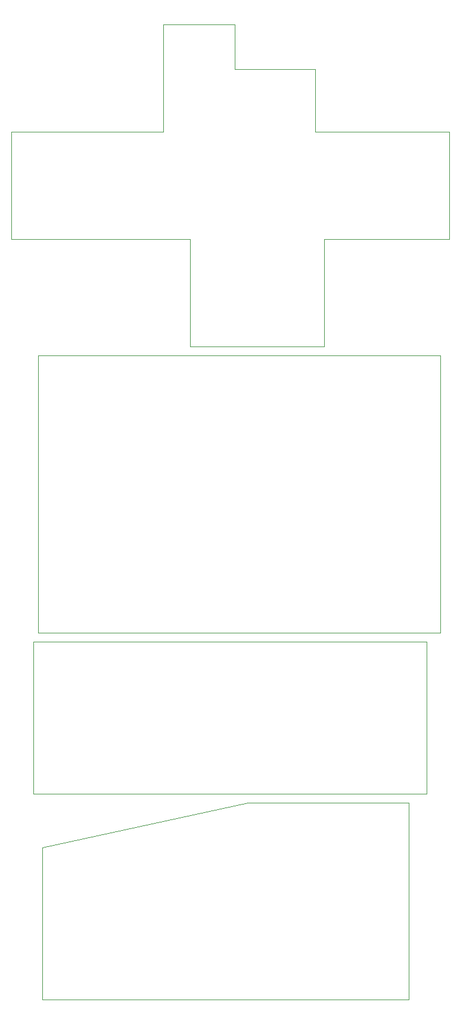
<source format=gbr>
G04 #@! TF.GenerationSoftware,KiCad,Pcbnew,5.1.2-f72e74a~84~ubuntu18.04.1*
G04 #@! TF.CreationDate,2019-07-08T15:28:50+02:00*
G04 #@! TF.ProjectId,prototype_1,70726f74-6f74-4797-9065-5f312e6b6963,rev?*
G04 #@! TF.SameCoordinates,Original*
G04 #@! TF.FileFunction,Profile,NP*
%FSLAX46Y46*%
G04 Gerber Fmt 4.6, Leading zero omitted, Abs format (unit mm)*
G04 Created by KiCad (PCBNEW 5.1.2-f72e74a~84~ubuntu18.04.1) date 2019-07-08 15:28:50*
%MOMM*%
%LPD*%
G04 APERTURE LIST*
%ADD10C,0.050000*%
G04 APERTURE END LIST*
D10*
X116840000Y-148590000D02*
X93980000Y-148590000D01*
X64770000Y-176530000D02*
X116840000Y-176530000D01*
X116840000Y-176530000D02*
X116840000Y-148590000D01*
X64770000Y-154940000D02*
X93980000Y-148590000D01*
X64770000Y-176530000D02*
X64770000Y-154940000D01*
X119380000Y-147320000D02*
X63500000Y-147320000D01*
X63500000Y-125730000D02*
X119380000Y-125730000D01*
X63500000Y-125730000D02*
X63500000Y-147320000D01*
X119380000Y-125730000D02*
X119380000Y-147320000D01*
X121285000Y-124460000D02*
X64135000Y-124460000D01*
X64135000Y-124460000D02*
X64135000Y-119380000D01*
X121285000Y-85090000D02*
X121285000Y-124460000D01*
X64135000Y-85090000D02*
X121285000Y-85090000D01*
X64135000Y-119380000D02*
X64135000Y-85090000D01*
X81915000Y-38100000D02*
X83185000Y-38100000D01*
X81915000Y-53340000D02*
X81915000Y-38100000D01*
X92075000Y-38100000D02*
X83185000Y-38100000D01*
X92075000Y-44450000D02*
X92075000Y-38100000D01*
X103505000Y-44450000D02*
X92075000Y-44450000D01*
X103505000Y-53340000D02*
X103505000Y-44450000D01*
X104775000Y-53340000D02*
X103505000Y-53340000D01*
X81915000Y-53340000D02*
X60325000Y-53340000D01*
X122555000Y-53340000D02*
X104775000Y-53340000D01*
X122555000Y-68580000D02*
X122555000Y-53340000D01*
X104775000Y-68580000D02*
X122555000Y-68580000D01*
X104775000Y-83820000D02*
X104775000Y-68580000D01*
X85725000Y-83820000D02*
X104775000Y-83820000D01*
X85725000Y-68580000D02*
X85725000Y-83820000D01*
X60325000Y-68580000D02*
X85725000Y-68580000D01*
X60325000Y-53340000D02*
X60325000Y-68580000D01*
M02*

</source>
